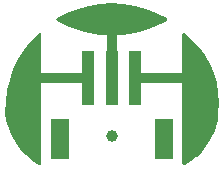
<source format=gbr>
G04 EAGLE Gerber RS-274X export*
G75*
%MOMM*%
%FSLAX34Y34*%
%LPD*%
%INTop Copper*%
%IPPOS*%
%AMOC8*
5,1,8,0,0,1.08239X$1,22.5*%
G01*
%ADD10R,1.000000X4.600000*%
%ADD11R,1.600000X3.400000*%
%ADD12C,1.000000*%
%ADD13C,0.812800*%
%ADD14C,2.540000*%

G36*
X61016Y-46978D02*
X61016Y-46978D01*
X61153Y-46974D01*
X61175Y-46968D01*
X61197Y-46967D01*
X61327Y-46925D01*
X61459Y-46887D01*
X61487Y-46873D01*
X61499Y-46869D01*
X61517Y-46858D01*
X61603Y-46814D01*
X66760Y-43785D01*
X66768Y-43779D01*
X66883Y-43703D01*
X71653Y-40096D01*
X71661Y-40089D01*
X71766Y-40000D01*
X76085Y-35864D01*
X76092Y-35856D01*
X76186Y-35756D01*
X79996Y-31145D01*
X80002Y-31136D01*
X80083Y-31026D01*
X83332Y-26005D01*
X83337Y-25995D01*
X83405Y-25877D01*
X86049Y-20512D01*
X86053Y-20502D01*
X86107Y-20376D01*
X88110Y-14741D01*
X88113Y-14730D01*
X88152Y-14599D01*
X89487Y-8769D01*
X89488Y-8758D01*
X89512Y-8623D01*
X90162Y-2678D01*
X90161Y-2662D01*
X90163Y-2652D01*
X90164Y-2646D01*
X90164Y-2644D01*
X90167Y-2623D01*
X90710Y5698D01*
X90709Y5709D01*
X90711Y5846D01*
X90284Y14174D01*
X90282Y14184D01*
X90268Y14321D01*
X88878Y22543D01*
X88875Y22553D01*
X88845Y22687D01*
X86509Y30692D01*
X86505Y30702D01*
X86460Y30831D01*
X83210Y38510D01*
X83205Y38520D01*
X83145Y38643D01*
X79026Y45893D01*
X79020Y45902D01*
X78946Y46017D01*
X74013Y52741D01*
X74006Y52749D01*
X73951Y52816D01*
X73948Y52820D01*
X73945Y52824D01*
X73919Y52855D01*
X68240Y58960D01*
X68231Y58967D01*
X68133Y59062D01*
X61783Y64467D01*
X61709Y64515D01*
X61641Y64571D01*
X61576Y64602D01*
X61517Y64641D01*
X61433Y64669D01*
X61353Y64707D01*
X61283Y64720D01*
X61216Y64743D01*
X61127Y64750D01*
X61041Y64767D01*
X60969Y64762D01*
X60898Y64768D01*
X60811Y64752D01*
X60723Y64747D01*
X60655Y64725D01*
X60585Y64713D01*
X60505Y64676D01*
X60421Y64649D01*
X60360Y64611D01*
X60296Y64581D01*
X60227Y64526D01*
X60152Y64479D01*
X60103Y64427D01*
X60048Y64382D01*
X59995Y64312D01*
X59934Y64247D01*
X59900Y64185D01*
X59857Y64128D01*
X59823Y64046D01*
X59780Y63969D01*
X59763Y63900D01*
X59735Y63834D01*
X59723Y63746D01*
X59701Y63661D01*
X59693Y63532D01*
X59691Y63519D01*
X59692Y63513D01*
X59691Y63500D01*
X59691Y-45720D01*
X59708Y-45856D01*
X59720Y-45992D01*
X59728Y-46013D01*
X59731Y-46036D01*
X59781Y-46163D01*
X59827Y-46292D01*
X59839Y-46311D01*
X59848Y-46331D01*
X59928Y-46442D01*
X60005Y-46556D01*
X60021Y-46571D01*
X60034Y-46589D01*
X60140Y-46676D01*
X60243Y-46767D01*
X60262Y-46777D01*
X60279Y-46791D01*
X60403Y-46850D01*
X60525Y-46913D01*
X60547Y-46917D01*
X60567Y-46927D01*
X60701Y-46953D01*
X60835Y-46983D01*
X60858Y-46983D01*
X60880Y-46987D01*
X61016Y-46978D01*
G37*
G36*
X-60876Y-46976D02*
X-60876Y-46976D01*
X-60723Y-46967D01*
X-60719Y-46966D01*
X-60714Y-46965D01*
X-60566Y-46916D01*
X-60421Y-46869D01*
X-60417Y-46866D01*
X-60412Y-46865D01*
X-60282Y-46781D01*
X-60152Y-46699D01*
X-60149Y-46695D01*
X-60145Y-46693D01*
X-60040Y-46580D01*
X-59934Y-46467D01*
X-59932Y-46463D01*
X-59928Y-46460D01*
X-59855Y-46324D01*
X-59780Y-46189D01*
X-59779Y-46184D01*
X-59777Y-46180D01*
X-59739Y-46029D01*
X-59701Y-45881D01*
X-59701Y-45874D01*
X-59700Y-45871D01*
X-59700Y-45863D01*
X-59691Y-45720D01*
X-59691Y63500D01*
X-59709Y63642D01*
X-59723Y63785D01*
X-59729Y63800D01*
X-59731Y63816D01*
X-59783Y63949D01*
X-59833Y64083D01*
X-59842Y64096D01*
X-59848Y64111D01*
X-59932Y64227D01*
X-60013Y64345D01*
X-60025Y64356D01*
X-60034Y64369D01*
X-60145Y64460D01*
X-60253Y64554D01*
X-60267Y64561D01*
X-60279Y64571D01*
X-60409Y64632D01*
X-60537Y64697D01*
X-60553Y64700D01*
X-60567Y64707D01*
X-60707Y64734D01*
X-60848Y64764D01*
X-60864Y64764D01*
X-60880Y64767D01*
X-61023Y64758D01*
X-61166Y64752D01*
X-61181Y64748D01*
X-61197Y64747D01*
X-61333Y64703D01*
X-61471Y64662D01*
X-61484Y64654D01*
X-61499Y64649D01*
X-61621Y64572D01*
X-61743Y64499D01*
X-61760Y64484D01*
X-61768Y64479D01*
X-61781Y64465D01*
X-61864Y64391D01*
X-68356Y57811D01*
X-68366Y57798D01*
X-68447Y57708D01*
X-74192Y50465D01*
X-74200Y50451D01*
X-74271Y50353D01*
X-79197Y42539D01*
X-79201Y42533D01*
X-79208Y42518D01*
X-79268Y42413D01*
X-83325Y34106D01*
X-83330Y34091D01*
X-83378Y33980D01*
X-86515Y25284D01*
X-86518Y25268D01*
X-86554Y25152D01*
X-88734Y16168D01*
X-88736Y16152D01*
X-88759Y16033D01*
X-89957Y6867D01*
X-89957Y6851D01*
X-89967Y6730D01*
X-90169Y-2512D01*
X-90167Y-2532D01*
X-90169Y-2552D01*
X-90157Y-2712D01*
X-89247Y-9351D01*
X-89246Y-9353D01*
X-89216Y-9507D01*
X-87484Y-15980D01*
X-87483Y-15982D01*
X-87433Y-16131D01*
X-84907Y-22337D01*
X-84905Y-22339D01*
X-84838Y-22480D01*
X-81556Y-28323D01*
X-81555Y-28325D01*
X-81470Y-28456D01*
X-77485Y-33844D01*
X-77483Y-33845D01*
X-77383Y-33965D01*
X-72756Y-38813D01*
X-72755Y-38814D01*
X-72640Y-38921D01*
X-67445Y-43153D01*
X-67443Y-43154D01*
X-67315Y-43246D01*
X-61633Y-46796D01*
X-61491Y-46862D01*
X-61353Y-46927D01*
X-61348Y-46928D01*
X-61344Y-46930D01*
X-61191Y-46958D01*
X-61041Y-46987D01*
X-61036Y-46986D01*
X-61031Y-46987D01*
X-60876Y-46976D01*
G37*
G36*
X9625Y63183D02*
X9625Y63183D01*
X9642Y63186D01*
X9757Y63197D01*
X19210Y64694D01*
X19227Y64699D01*
X19340Y64722D01*
X28585Y67199D01*
X28601Y67205D01*
X28711Y67240D01*
X37647Y70670D01*
X37662Y70678D01*
X37768Y70724D01*
X46296Y75069D01*
X46329Y75091D01*
X46366Y75107D01*
X46460Y75181D01*
X46559Y75248D01*
X46586Y75278D01*
X46617Y75302D01*
X46690Y75396D01*
X46770Y75486D01*
X46788Y75522D01*
X46812Y75553D01*
X46860Y75663D01*
X46914Y75770D01*
X46923Y75808D01*
X46939Y75845D01*
X46957Y75963D01*
X46984Y76080D01*
X46982Y76120D01*
X46989Y76159D01*
X46977Y76278D01*
X46974Y76398D01*
X46963Y76436D01*
X46959Y76476D01*
X46919Y76588D01*
X46885Y76703D01*
X46865Y76738D01*
X46852Y76775D01*
X46784Y76874D01*
X46723Y76977D01*
X46695Y77005D01*
X46673Y77038D01*
X46583Y77118D01*
X46499Y77202D01*
X46465Y77223D01*
X46435Y77249D01*
X46296Y77331D01*
X37768Y81676D01*
X37752Y81682D01*
X37647Y81730D01*
X28711Y85160D01*
X28695Y85164D01*
X28585Y85201D01*
X19340Y87679D01*
X19323Y87681D01*
X19210Y87706D01*
X9757Y89204D01*
X9739Y89204D01*
X9625Y89217D01*
X66Y89718D01*
X49Y89717D01*
X-66Y89718D01*
X-9625Y89217D01*
X-9642Y89214D01*
X-9757Y89204D01*
X-19210Y87706D01*
X-19227Y87701D01*
X-19340Y87679D01*
X-28585Y85201D01*
X-28601Y85195D01*
X-28711Y85160D01*
X-37647Y81730D01*
X-37662Y81722D01*
X-37768Y81676D01*
X-46296Y77331D01*
X-46329Y77309D01*
X-46366Y77293D01*
X-46460Y77219D01*
X-46559Y77152D01*
X-46586Y77122D01*
X-46617Y77098D01*
X-46691Y77003D01*
X-46770Y76914D01*
X-46788Y76878D01*
X-46812Y76847D01*
X-46860Y76737D01*
X-46914Y76630D01*
X-46923Y76591D01*
X-46939Y76555D01*
X-46957Y76437D01*
X-46984Y76320D01*
X-46982Y76280D01*
X-46989Y76241D01*
X-46977Y76122D01*
X-46974Y76002D01*
X-46963Y75964D01*
X-46959Y75924D01*
X-46919Y75812D01*
X-46885Y75697D01*
X-46865Y75662D01*
X-46852Y75625D01*
X-46784Y75526D01*
X-46723Y75423D01*
X-46695Y75395D01*
X-46673Y75362D01*
X-46583Y75282D01*
X-46499Y75198D01*
X-46465Y75177D01*
X-46435Y75151D01*
X-46296Y75069D01*
X-37768Y70724D01*
X-37752Y70718D01*
X-37647Y70670D01*
X-28711Y67240D01*
X-28695Y67236D01*
X-28585Y67199D01*
X-19340Y64722D01*
X-19323Y64719D01*
X-19210Y64694D01*
X-9757Y63197D01*
X-9739Y63196D01*
X-9625Y63183D01*
X-66Y62682D01*
X-49Y62683D01*
X66Y62682D01*
X9625Y63183D01*
G37*
D10*
X20000Y27000D03*
X0Y27000D03*
D11*
X44000Y-25000D03*
X-44000Y-25000D03*
D10*
X-20000Y27000D03*
D12*
X0Y-22860D03*
D13*
X0Y27000D02*
X0Y76200D01*
D14*
X0Y76200D03*
D13*
X-20000Y27000D02*
X-66040Y27000D01*
X-66040Y25400D01*
X-76200Y25400D01*
X-76200Y0D01*
D14*
X-76200Y0D03*
D13*
X20000Y27000D02*
X76200Y27000D01*
X76200Y0D01*
D14*
X76200Y0D03*
M02*

</source>
